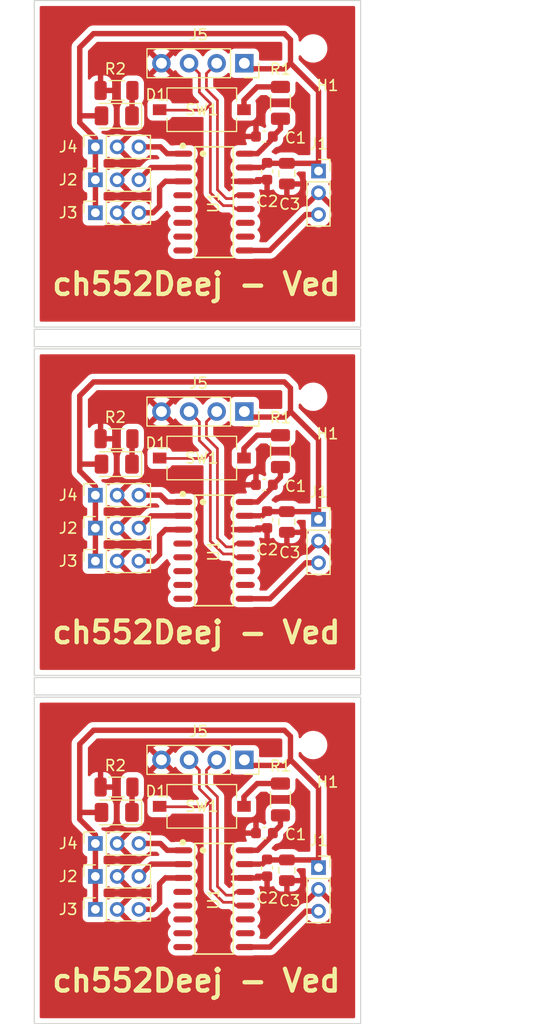
<source format=kicad_pcb>
(kicad_pcb (version 20241229) (generator "pcbnew") (generator_version "9.0")
  (layers (0 "F.Cu" signal) (2 "B.Cu" signal) (13 "F.Paste" user) (15 "B.Paste" user) (5 "F.SilkS" user "F.Silkscreen") (7 "B.SilkS" user "B.Silkscreen") (1 "F.Mask" user) (3 "B.Mask" user) (25 "Edge.Cuts" user))
  (net 0 "")
  (net 1 "Board_0-+3V3")
  (net 2 "Board_0-/3.2")
  (net 3 "Board_0-/3.4")
  (net 4 "Board_0-/D+")
  (net 5 "Board_0-/D-")
  (net 6 "Board_0-A0")
  (net 7 "Board_0-A1")
  (net 8 "Board_0-A2")
  (net 9 "Board_0-A3")
  (net 10 "Board_0-GND")
  (net 11 "Board_0-Net-(D1-K)")
  (net 12 "Board_0-Net-(SW1-B)")
  (net 13 "Board_0-VCC")
  (net 14 "Board_0-unconnected-(U1-P1.6{slash}MISO{slash}RXD1{slash}TIN4-Pad4)")
  (net 15 "Board_0-unconnected-(U1-P1.7{slash}SCK{slash}TXD1{slash}TIN5-Pad5)")
  (net 16 "Board_0-unconnected-(U1-P3.0{slash}PWM1_{slash}RXD-Pad8)")
  (net 17 "Board_0-unconnected-(U1-P3.1{slash}PWM2_{slash}TXD-Pad7)")
  (net 18 "Board_0-unconnected-(U1-RST{slash}T2EX_{slash}CAP2_-Pad6)")
  (net 19 "Board_1-+3V3")
  (net 20 "Board_1-/3.2")
  (net 21 "Board_1-/3.4")
  (net 22 "Board_1-/D+")
  (net 23 "Board_1-/D-")
  (net 24 "Board_1-A0")
  (net 25 "Board_1-A1")
  (net 26 "Board_1-A2")
  (net 27 "Board_1-A3")
  (net 28 "Board_1-GND")
  (net 29 "Board_1-Net-(D1-K)")
  (net 30 "Board_1-Net-(SW1-B)")
  (net 31 "Board_1-VCC")
  (net 32 "Board_1-unconnected-(U1-P1.6{slash}MISO{slash}RXD1{slash}TIN4-Pad4)")
  (net 33 "Board_1-unconnected-(U1-P1.7{slash}SCK{slash}TXD1{slash}TIN5-Pad5)")
  (net 34 "Board_1-unconnected-(U1-P3.0{slash}PWM1_{slash}RXD-Pad8)")
  (net 35 "Board_1-unconnected-(U1-P3.1{slash}PWM2_{slash}TXD-Pad7)")
  (net 36 "Board_1-unconnected-(U1-RST{slash}T2EX_{slash}CAP2_-Pad6)")
  (net 37 "Board_2-+3V3")
  (net 38 "Board_2-/3.2")
  (net 39 "Board_2-/3.4")
  (net 40 "Board_2-/D+")
  (net 41 "Board_2-/D-")
  (net 42 "Board_2-A0")
  (net 43 "Board_2-A1")
  (net 44 "Board_2-A2")
  (net 45 "Board_2-A3")
  (net 46 "Board_2-GND")
  (net 47 "Board_2-Net-(D1-K)")
  (net 48 "Board_2-Net-(SW1-B)")
  (net 49 "Board_2-VCC")
  (net 50 "Board_2-unconnected-(U1-P1.6{slash}MISO{slash}RXD1{slash}TIN4-Pad4)")
  (net 51 "Board_2-unconnected-(U1-P1.7{slash}SCK{slash}TXD1{slash}TIN5-Pad5)")
  (net 52 "Board_2-unconnected-(U1-P3.0{slash}PWM1_{slash}RXD-Pad8)")
  (net 53 "Board_2-unconnected-(U1-P3.1{slash}PWM2_{slash}TXD-Pad7)")
  (net 54 "Board_2-unconnected-(U1-RST{slash}T2EX_{slash}CAP2_-Pad6)")
  (footprint "MountingHole:MountingHole_2.1mm" (layer "F.Cu") (at 159.14 24.4)
    (property "Reference" "H1" (at 1.32 3.4 0) (layer "F.SilkS"))
    (property "Value" "MountingHole")
    (pad "" np_thru_hole circle (at 0 0) (size 2.1 2.1) (drill 2.1) (layers "*.Cu" "*.Mask"))
  )
  (footprint "Resistor_SMD:R_1206_3216Metric" (layer "F.Cu") (at 141.0575 92.26 180)
    (property "Reference" "R2" (at 0.1075 1.98 0) (layer "F.SilkS"))
    (property "Value" "1k")
    (pad "1" smd roundrect (at -1.4625 0 180) (size 1.125 1.75) (layers "F.Cu" "F.Mask" "F.Paste") (roundrect_rratio 0.222222) (net 47 "Board_2-Net-(D1-K)"))
    (pad "2" smd roundrect (at 1.4625 0 180) (size 1.125 1.75) (layers "F.Cu" "F.Mask" "F.Paste") (roundrect_rratio 0.222222) (net 46 "Board_2-GND"))
  )
  (footprint "Resistor_SMD:R_1206_3216Metric" (layer "F.Cu") (at 156.13 93.3975 90)
    (property "Reference" "R1" (at 3.0775 0 0) (layer "F.SilkS"))
    (property "Value" "10k")
    (pad "1" smd roundrect (at -1.4625 0 90) (size 1.125 1.75) (layers "F.Cu" "F.Mask" "F.Paste") (roundrect_rratio 0.222222) (net 37 "Board_2-+3V3"))
    (pad "2" smd roundrect (at 1.4625 0 90) (size 1.125 1.75) (layers "F.Cu" "F.Mask" "F.Paste") (roundrect_rratio 0.222222) (net 48 "Board_2-Net-(SW1-B)"))
  )
  (footprint "Button_Switch_SMD:SW_Tactile_SPST_NO_Straight_CK_PTS636Sx25SMTRLFS" (layer "F.Cu") (at 148.9 30.03)
    (property "Reference" "SW1" (at 0 0 0) (layer "F.SilkS"))
    (property "Value" "SW_SPST")
    (pad "1" smd rect (at -3.875 0) (size 1.25 1) (layers "F.Cu" "F.Mask" "F.Paste") (net 4 "Board_0-/D+"))
    (pad "2" smd rect (at 3.875 0) (size 1.25 1) (layers "F.Cu" "F.Mask" "F.Paste") (net 12 "Board_0-Net-(SW1-B)"))
  )
  (footprint "Connector_PinSocket_2.00mm:PinSocket_1x03_P2.00mm_Vertical" (layer "F.Cu") (at 139.12 71.496666 90)
    (property "Reference" "J3" (at 0 -2.5 0) (layer "F.SilkS"))
    (property "Value" "A2")
    (pad "1" thru_hole rect (at 0 0 90) (size 1.35 1.35) (drill 0.8) (layers "*.Cu" "*.Mask") (net 31 "Board_1-VCC"))
    (pad "2" thru_hole circle (at 0 2 90) (size 1.35 1.35) (drill 0.8) (layers "*.Cu" "*.Mask") (net 28 "Board_1-GND"))
    (pad "3" thru_hole circle (at 0 4 90) (size 1.35 1.35) (drill 0.8) (layers "*.Cu" "*.Mask") (net 26 "Board_1-A2"))
  )
  (footprint "Resistor_SMD:R_1206_3216Metric" (layer "F.Cu") (at 141.0575 28.26 180)
    (property "Reference" "R2" (at 0.1075 1.98 0) (layer "F.SilkS"))
    (property "Value" "1k")
    (pad "1" smd roundrect (at -1.4625 0 180) (size 1.125 1.75) (layers "F.Cu" "F.Mask" "F.Paste") (roundrect_rratio 0.222222) (net 11 "Board_0-Net-(D1-K)"))
    (pad "2" smd roundrect (at 1.4625 0 180) (size 1.125 1.75) (layers "F.Cu" "F.Mask" "F.Paste") (roundrect_rratio 0.222222) (net 10 "Board_0-GND"))
  )
  (footprint "Resistor_SMD:R_1206_3216Metric" (layer "F.Cu") (at 141.0575 60.26 180)
    (property "Reference" "R2" (at 0.1075 1.98 0) (layer "F.SilkS"))
    (property "Value" "1k")
    (pad "1" smd roundrect (at -1.4625 0 180) (size 1.125 1.75) (layers "F.Cu" "F.Mask" "F.Paste") (roundrect_rratio 0.222222) (net 29 "Board_1-Net-(D1-K)"))
    (pad "2" smd roundrect (at 1.4625 0 180) (size 1.125 1.75) (layers "F.Cu" "F.Mask" "F.Paste") (roundrect_rratio 0.222222) (net 28 "Board_1-GND"))
  )
  (footprint "Resistor_SMD:R_1206_3216Metric" (layer "F.Cu") (at 156.13 61.3975 90)
    (property "Reference" "R1" (at 3.0775 0 0) (layer "F.SilkS"))
    (property "Value" "10k")
    (pad "1" smd roundrect (at -1.4625 0 90) (size 1.125 1.75) (layers "F.Cu" "F.Mask" "F.Paste") (roundrect_rratio 0.222222) (net 19 "Board_1-+3V3"))
    (pad "2" smd roundrect (at 1.4625 0 90) (size 1.125 1.75) (layers "F.Cu" "F.Mask" "F.Paste") (roundrect_rratio 0.222222) (net 30 "Board_1-Net-(SW1-B)"))
  )
  (footprint "LED_SMD:LED_1206_3216Metric" (layer "F.Cu") (at 141.08 62.59 180)
    (property "Reference" "D1" (at -3.62 1.93 0) (layer "F.SilkS"))
    (property "Value" "LED")
    (pad "1" smd roundrect (at -1.4 0 180) (size 1.25 1.75) (layers "F.Cu" "F.Mask" "F.Paste") (roundrect_rratio 0.2) (net 29 "Board_1-Net-(D1-K)"))
    (pad "2" smd roundrect (at 1.4 0 180) (size 1.25 1.75) (layers "F.Cu" "F.Mask" "F.Paste") (roundrect_rratio 0.2) (net 31 "Board_1-VCC"))
  )
  (footprint "Capacitor_SMD:C_0603_1608Metric" (layer "F.Cu") (at 154.9 99.685 -90)
    (property "Reference" "C2" (at 2.765 -0.05 0) (layer "F.SilkS"))
    (property "Value" "100n")
    (pad "1" smd roundrect (at -0.775 0 270) (size 0.9 0.95) (layers "F.Cu" "F.Mask" "F.Paste") (net 49 "Board_2-VCC"))
    (pad "2" smd roundrect (at 0.775 0 270) (size 0.9 0.95) (layers "F.Cu" "F.Mask" "F.Paste") (net 46 "Board_2-GND"))
  )
  (footprint "Capacitor_SMD:C_0603_1608Metric" (layer "F.Cu") (at 154.9 35.685 -90)
    (property "Reference" "C2" (at 2.765 -0.05 0) (layer "F.SilkS"))
    (property "Value" "100n")
    (pad "1" smd roundrect (at -0.775 0 270) (size 0.9 0.95) (layers "F.Cu" "F.Mask" "F.Paste") (net 13 "Board_0-VCC"))
    (pad "2" smd roundrect (at 0.775 0 270) (size 0.9 0.95) (layers "F.Cu" "F.Mask" "F.Paste") (net 10 "Board_0-GND"))
  )
  (footprint "Button_Switch_SMD:SW_Tactile_SPST_NO_Straight_CK_PTS636Sx25SMTRLFS" (layer "F.Cu") (at 148.9 94.03)
    (property "Reference" "SW1" (at 0 0 0) (layer "F.SilkS"))
    (property "Value" "SW_SPST")
    (pad "1" smd rect (at -3.875 0) (size 1.25 1) (layers "F.Cu" "F.Mask" "F.Paste") (net 40 "Board_2-/D+"))
    (pad "2" smd rect (at 3.875 0) (size 1.25 1) (layers "F.Cu" "F.Mask" "F.Paste") (net 48 "Board_2-Net-(SW1-B)"))
  )
  (footprint "MountingHole:MountingHole_2.1mm" (layer "F.Cu") (at 159.14 88.4)
    (property "Reference" "H1" (at 1.32 3.4 0) (layer "F.SilkS"))
    (property "Value" "MountingHole")
    (pad "" np_thru_hole circle (at 0 0) (size 2.1 2.1) (drill 2.1) (layers "*.Cu" "*.Mask"))
  )
  (footprint "Connector_PinSocket_2.00mm:PinSocket_1x03_P2.00mm_Vertical" (layer "F.Cu") (at 159.63 67.66)
    (property "Reference" "J1" (at 0 -2.5 0) (layer "F.SilkS"))
    (property "Value" "A0")
    (pad "1" thru_hole rect (at 0 0) (size 1.35 1.35) (drill 0.8) (layers "*.Cu" "*.Mask") (net 31 "Board_1-VCC"))
    (pad "2" thru_hole circle (at 0 2) (size 1.35 1.35) (drill 0.8) (layers "*.Cu" "*.Mask") (net 28 "Board_1-GND"))
    (pad "3" thru_hole circle (at 0 4) (size 1.35 1.35) (drill 0.8) (layers "*.Cu" "*.Mask") (net 24 "Board_1-A0"))
  )
  (footprint "MountingHole:MountingHole_2.1mm" (layer "F.Cu") (at 159.14 56.4)
    (property "Reference" "H1" (at 1.32 3.4 0) (layer "F.SilkS"))
    (property "Value" "MountingHole")
    (pad "" np_thru_hole circle (at 0 0) (size 2.1 2.1) (drill 2.1) (layers "*.Cu" "*.Mask"))
  )
  (footprint "Connector_PinSocket_2.00mm:PinSocket_1x03_P2.00mm_Vertical" (layer "F.Cu") (at 139.12 103.496666 90)
    (property "Reference" "J3" (at 0 -2.5 0) (layer "F.SilkS"))
    (property "Value" "A2")
    (pad "1" thru_hole rect (at 0 0 90) (size 1.35 1.35) (drill 0.8) (layers "*.Cu" "*.Mask") (net 49 "Board_2-VCC"))
    (pad "2" thru_hole circle (at 0 2 90) (size 1.35 1.35) (drill 0.8) (layers "*.Cu" "*.Mask") (net 46 "Board_2-GND"))
    (pad "3" thru_hole circle (at 0 4 90) (size 1.35 1.35) (drill 0.8) (layers "*.Cu" "*.Mask") (net 44 "Board_2-A2"))
  )
  (footprint "Connector_PinSocket_2.00mm:PinSocket_1x03_P2.00mm_Vertical" (layer "F.Cu") (at 139.12 65.443333 90)
    (property "Reference" "J4" (at 0 -2.5 0) (layer "F.SilkS"))
    (property "Value" "A3")
    (pad "1" thru_hole rect (at 0 0 90) (size 1.35 1.35) (drill 0.8) (layers "*.Cu" "*.Mask") (net 31 "Board_1-VCC"))
    (pad "2" thru_hole circle (at 0 2 90) (size 1.35 1.35) (drill 0.8) (layers "*.Cu" "*.Mask") (net 28 "Board_1-GND"))
    (pad "3" thru_hole circle (at 0 4 90) (size 1.35 1.35) (drill 0.8) (layers "*.Cu" "*.Mask") (net 27 "Board_1-A3"))
  )
  (footprint "Capacitor_SMD:C_0805_2012Metric" (layer "F.Cu") (at 156.72 35.905 -90)
    (property "Reference" "C3" (at 2.805 -0.26 0) (layer "F.SilkS"))
    (property "Value" "10uf")
    (pad "1" smd roundrect (at -0.95 0 270) (size 1 1.45) (layers "F.Cu" "F.Mask" "F.Paste") (net 13 "Board_0-VCC"))
    (pad "2" smd roundrect (at 0.95 0 270) (size 1 1.45) (layers "F.Cu" "F.Mask" "F.Paste") (net 10 "Board_0-GND"))
  )
  (footprint "Capacitor_SMD:C_0603_1608Metric" (layer "F.Cu") (at 154.9 67.685 -90)
    (property "Reference" "C2" (at 2.765 -0.05 0) (layer "F.SilkS"))
    (property "Value" "100n")
    (pad "1" smd roundrect (at -0.775 0 270) (size 0.9 0.95) (layers "F.Cu" "F.Mask" "F.Paste") (net 31 "Board_1-VCC"))
    (pad "2" smd roundrect (at 0.775 0 270) (size 0.9 0.95) (layers "F.Cu" "F.Mask" "F.Paste") (net 28 "Board_1-GND"))
  )
  (footprint "Capacitor_SMD:C_0603_1608Metric" (layer "F.Cu") (at 154.655 32.49 180)
    (property "Reference" "C1" (at -2.865 -0.13 0) (layer "F.SilkS"))
    (property "Value" "100n")
    (pad "1" smd roundrect (at -0.775 0 180) (size 0.9 0.95) (layers "F.Cu" "F.Mask" "F.Paste") (net 1 "Board_0-+3V3"))
    (pad "2" smd roundrect (at 0.775 0 180) (size 0.9 0.95) (layers "F.Cu" "F.Mask" "F.Paste") (net 10 "Board_0-GND"))
  )
  (footprint "Connector_PinSocket_2.00mm:PinSocket_1x03_P2.00mm_Vertical" (layer "F.Cu") (at 139.12 39.496666 90)
    (property "Reference" "J3" (at 0 -2.5 0) (layer "F.SilkS"))
    (property "Value" "A2")
    (pad "1" thru_hole rect (at 0 0 90) (size 1.35 1.35) (drill 0.8) (layers "*.Cu" "*.Mask") (net 13 "Board_0-VCC"))
    (pad "2" thru_hole circle (at 0 2 90) (size 1.35 1.35) (drill 0.8) (layers "*.Cu" "*.Mask") (net 10 "Board_0-GND"))
    (pad "3" thru_hole circle (at 0 4 90) (size 1.35 1.35) (drill 0.8) (layers "*.Cu" "*.Mask") (net 8 "Board_0-A2"))
  )
  (footprint "Capacitor_SMD:C_0805_2012Metric" (layer "F.Cu") (at 156.72 99.905 -90)
    (property "Reference" "C3" (at 2.805 -0.26 0) (layer "F.SilkS"))
    (property "Value" "10uf")
    (pad "1" smd roundrect (at -0.95 0 270) (size 1 1.45) (layers "F.Cu" "F.Mask" "F.Paste") (net 49 "Board_2-VCC"))
    (pad "2" smd roundrect (at 0.95 0 270) (size 1 1.45) (layers "F.Cu" "F.Mask" "F.Paste") (net 46 "Board_2-GND"))
  )
  (footprint "Connector_PinSocket_2.54mm:PinSocket_1x04_P2.54mm_Vertical" (layer "F.Cu") (at 152.81 57.76 -90)
    (property "Reference" "J5" (at -2.61 4.21 0) (layer "F.SilkS"))
    (property "Value" "Conn_01x04")
    (pad "1" thru_hole rect (at 0 0 270) (size 1.7 1.7) (drill 1) (layers "*.Cu" "*.Mask") (net 31 "Board_1-VCC"))
    (pad "2" thru_hole circle (at 0 2.54 270) (size 1.7 1.7) (drill 1) (layers "*.Cu" "*.Mask") (net 23 "Board_1-/D-"))
    (pad "3" thru_hole circle (at 0 5.08 270) (size 1.7 1.7) (drill 1) (layers "*.Cu" "*.Mask") (net 22 "Board_1-/D+"))
    (pad "4" thru_hole circle (at 0 7.62 270) (size 1.7 1.7) (drill 1) (layers "*.Cu" "*.Mask") (net 28 "Board_1-GND"))
  )
  (footprint "mylib:SOP-16_L10.0-W3.9-P1.27-LS6.0-BL" (layer "F.Cu") (at 150.025 70.52 -90)
    (property "Reference" "U1" (at 0.01 0.045 90) (layer "F.SilkS"))
    (property "Value" "CH552G")
    (pad "1" smd oval (at -4.45 2.87 270) (size 0.56 1.75) (layers "F.Cu" "F.Mask" "F.Paste") (net 27 "Board_1-A3"))
    (pad "2" smd oval (at -3.18 2.87 270) (size 0.56 1.75) (layers "F.Cu" "F.Mask" "F.Paste") (net 25 "Board_1-A1"))
    (pad "3" smd oval (at -1.91 2.87 270) (size 0.56 1.75) (layers "F.Cu" "F.Mask" "F.Paste") (net 26 "Board_1-A2"))
    (pad "4" smd oval (at -0.63 2.87 270) (size 0.56 1.75) (layers "F.Cu" "F.Mask" "F.Paste") (net 32 "Board_1-unconnected-(U1-P1.6{slash}MISO{slash}RXD1{slash}TIN4-Pad4)"))
    (pad "5" smd oval (at 0.63 2.87 270) (size 0.56 1.75) (layers "F.Cu" "F.Mask" "F.Paste") (net 33 "Board_1-unconnected-(U1-P1.7{slash}SCK{slash}TXD1{slash}TIN5-Pad5)"))
    (pad "6" smd oval (at 1.9 2.87 270) (size 0.56 1.75) (layers "F.Cu" "F.Mask" "F.Paste") (net 36 "Board_1-unconnected-(U1-RST{slash}T2EX_{slash}CAP2_-Pad6)"))
    (pad "7" smd oval (at 3.17 2.87 270) (size 0.56 1.75) (layers "F.Cu" "F.Mask" "F.Paste") (net 35 "Board_1-unconnected-(U1-P3.1{slash}PWM2_{slash}TXD-Pad7)"))
    (pad "8" smd oval (at 4.44 2.87 270) (size 0.56 1.75) (layers "F.Cu" "F.Mask" "F.Paste") (net 34 "Board_1-unconnected-(U1-P3.0{slash}PWM1_{slash}RXD-Pad8)"))
    (pad "9" smd oval (at 4.44 -2.87 270) (size 0.56 1.75) (layers "F.Cu" "F.Mask" "F.Paste") (net 24 "Board_1-A0"))
    (pad "10" smd oval (at 3.17 -2.87 270) (size 0.56 1.75) (layers "F.Cu" "F.Mask" "F.Paste") (net 20 "Board_1-/3.2"))
    (pad "11" smd oval (at 1.9 -2.87 270) (size 0.56 1.75) (layers "F.Cu" "F.Mask" "F.Paste") (net 21 "Board_1-/3.4"))
    (pad "12" smd oval (at 0.63 -2.87 270) (size 0.56 1.75) (layers "F.Cu" "F.Mask" "F.Paste") (net 22 "Board_1-/D+"))
    (pad "13" smd oval (at -0.63 -2.87 270) (size 0.56 1.75) (layers "F.Cu" "F.Mask" "F.Paste") (net 23 "Board_1-/D-"))
    (pad "14" smd oval (at -1.91 -2.87 270) (size 0.56 1.75) (layers "F.Cu" "F.Mask" "F.Paste") (net 28 "Board_1-GND"))
    (pad "15" smd oval (at -3.18 -2.87 270) (size 0.56 1.75) (layers "F.Cu" "F.Mask" "F.Paste") (net 31 "Board_1-VCC"))
    (pad "16" smd oval (at -4.45 -2.87 270) (size 0.56 1.75) (layers "F.Cu" "F.Mask" "F.Paste") (net 19 "Board_1-+3V3"))
  )
  (footprint "Capacitor_SMD:C_0805_2012Metric" (layer "F.Cu") (at 156.72 67.905 -90)
    (property "Reference" "C3" (at 2.805 -0.26 0) (layer "F.SilkS"))
    (property "Value" "10uf")
    (pad "1" smd roundrect (at -0.95 0 270) (size 1 1.45) (layers "F.Cu" "F.Mask" "F.Paste") (net 31 "Board_1-VCC"))
    (pad "2" smd roundrect (at 0.95 0 270) (size 1 1.45) (layers "F.Cu" "F.Mask" "F.Paste") (net 28 "Board_1-GND"))
  )
  (footprint "mylib:SOP-16_L10.0-W3.9-P1.27-LS6.0-BL" (layer "F.Cu") (at 150.025 102.52 -90)
    (property "Reference" "U1" (at 0.01 0.045 90) (layer "F.SilkS"))
    (property "Value" "CH552G")
    (pad "1" smd oval (at -4.45 2.87 270) (size 0.56 1.75) (layers "F.Cu" "F.Mask" "F.Paste") (net 45 "Board_2-A3"))
    (pad "2" smd oval (at -3.18 2.87 270) (size 0.56 1.75) (layers "F.Cu" "F.Mask" "F.Paste") (net 43 "Board_2-A1"))
    (pad "3" smd oval (at -1.91 2.87 270) (size 0.56 1.75) (layers "F.Cu" "F.Mask" "F.Paste") (net 44 "Board_2-A2"))
    (pad "4" smd oval (at -0.63 2.87 270) (size 0.56 1.75) (layers "F.Cu" "F.Mask" "F.Paste") (net 50 "Board_2-unconnected-(U1-P1.6{slash}MISO{slash}RXD1{slash}TIN4-Pad4)"))
    (pad "5" smd oval (at 0.63 2.87 270) (size 0.56 1.75) (layers "F.Cu" "F.Mask" "F.Paste") (net 51 "Board_2-unconnected-(U1-P1.7{slash}SCK{slash}TXD1{slash}TIN5-Pad5)"))
    (pad "6" smd oval (at 1.9 2.87 270) (size 0.56 1.75) (layers "F.Cu" "F.Mask" "F.Paste") (net 54 "Board_2-unconnected-(U1-RST{slash}T2EX_{slash}CAP2_-Pad6)"))
    (pad "7" smd oval (at 3.17 2.87 270) (size 0.56 1.75) (layers "F.Cu" "F.Mask" "F.Paste") (net 53 "Board_2-unconnected-(U1-P3.1{slash}PWM2_{slash}TXD-Pad7)"))
    (pad "8" smd oval (at 4.44 2.87 270) (size 0.56 1.75) (layers "F.Cu" "F.Mask" "F.Paste") (net 52 "Board_2-unconnected-(U1-P3.0{slash}PWM1_{slash}RXD-Pad8)"))
    (pad "9" smd oval (at 4.44 -2.87 270) (size 0.56 1.75) (layers "F.Cu" "F.Mask" "F.Paste") (net 42 "Board_2-A0"))
    (pad "10" smd oval (at 3.17 -2.87 270) (size 0.56 1.75) (layers "F.Cu" "F.Mask" "F.Paste") (net 38 "Board_2-/3.2"))
    (pad "11" smd oval (at 1.9 -2.87 270) (size 0.56 1.75) (layers "F.Cu" "F.Mask" "F.Paste") (net 39 "Board_2-/3.4"))
    (pad "12" smd oval (at 0.63 -2.87 270) (size 0.56 1.75) (layers "F.Cu" "F.Mask" "F.Paste") (net 40 "Board_2-/D+"))
    (pad "13" smd oval (at -0.63 -2.87 270) (size 0.56 1.75) (layers "F.Cu" "F.Mask" "F.Paste") (net 41 "Board_2-/D-"))
    (pad "14" smd oval (at -1.91 -2.87 270) (size 0.56 1.75) (layers "F.Cu" "F.Mask" "F.Paste") (net 46 "Board_2-GND"))
    (pad "15" smd oval (at -3.18 -2.87 270) (size 0.56 1.75) (layers "F.Cu" "F.Mask" "F.Paste") (net 49 "Board_2-VCC"))
    (pad "16" smd oval (at -4.45 -2.87 270) (size 0.56 1.75) (layers "F.Cu" "F.Mask" "F.Paste") (net 37 "Board_2-+3V3"))
  )
  (footprint "mylib:SOP-16_L10.0-W3.9-P1.27-LS6.0-BL" (layer "F.Cu") (at 150.025 38.52 -90)
    (property "Reference" "U1" (at 0.01 0.045 90) (layer "F.SilkS"))
    (property "Value" "CH552G")
    (pad "1" smd oval (at -4.45 2.87 270) (size 0.56 1.75) (layers "F.Cu" "F.Mask" "F.Paste") (net 9 "Board_0-A3"))
    (pad "2" smd oval (at -3.18 2.87 270) (size 0.56 1.75) (layers "F.Cu" "F.Mask" "F.Paste") (net 7 "Board_0-A1"))
    (pad "3" smd oval (at -1.91 2.87 270) (size 0.56 1.75) (layers "F.Cu" "F.Mask" "F.Paste") (net 8 "Board_0-A2"))
    (pad "4" smd oval (at -0.63 2.87 270) (size 0.56 1.75) (layers "F.Cu" "F.Mask" "F.Paste") (net 14 "Board_0-unconnected-(U1-P1.6{slash}MISO{slash}RXD1{slash}TIN4-Pad4)"))
    (pad "5" smd oval (at 0.63 2.87 270) (size 0.56 1.75) (layers "F.Cu" "F.Mask" "F.Paste") (net 15 "Board_0-unconnected-(U1-P1.7{slash}SCK{slash}TXD1{slash}TIN5-Pad5)"))
    (pad "6" smd oval (at 1.9 2.87 270) (size 0.56 1.75) (layers "F.Cu" "F.Mask" "F.Paste") (net 18 "Board_0-unconnected-(U1-RST{slash}T2EX_{slash}CAP2_-Pad6)"))
    (pad "7" smd oval (at 3.17 2.87 270) (size 0.56 1.75) (layers "F.Cu" "F.Mask" "F.Paste") (net 17 "Board_0-unconnected-(U1-P3.1{slash}PWM2_{slash}TXD-Pad7)"))
    (pad "8" smd oval (at 4.44 2.87 270) (size 0.56 1.75) (layers "F.Cu" "F.Mask" "F.Paste") (net 16 "Board_0-unconnected-(U1-P3.0{slash}PWM1_{slash}RXD-Pad8)"))
    (pad "9" smd oval (at 4.44 -2.87 270) (size 0.56 1.75) (layers "F.Cu" "F.Mask" "F.Paste") (net 6 "Board_0-A0"))
    (pad "10" smd oval (at 3.17 -2.87 270) (size 0.56 1.75) (layers "F.Cu" "F.Mask" "F.Paste") (net 2 "Board_0-/3.2"))
    (pad "11" smd oval (at 1.9 -2.87 270) (size 0.56 1.75) (layers "F.Cu" "F.Mask" "F.Paste") (net 3 "Board_0-/3.4"))
    (pad "12" smd oval (at 0.63 -2.87 270) (size 0.56 1.75) (layers "F.Cu" "F.Mask" "F.Paste") (net 4 "Board_0-/D+"))
    (pad "13" smd oval (at -0.63 -2.87 270) (size 0.56 1.75) (layers "F.Cu" "F.Mask" "F.Paste") (net 5 "Board_0-/D-"))
    (pad "14" smd oval (at -1.91 -2.87 270) (size 0.56 1.75) (layers "F.Cu" "F.Mask" "F.Paste") (net 10 "Board_0-GND"))
    (pad "15" smd oval (at -3.18 -2.87 270) (size 0.56 1.75) (layers "F.Cu" "F.Mask" "F.Paste") (net 13 "Board_0-VCC"))
    (pad "16" smd oval (at -4.45 -2.87 270) (size 0.56 1.75) (layers "F.Cu" "F.Mask" "F.Paste") (net 1 "Board_0-+3V3"))
  )
  (footprint "Connector_PinSocket_2.00mm:PinSocket_1x03_P2.00mm_Vertical" (layer "F.Cu") (at 159.63 35.66)
    (property "Reference" "J1" (at 0 -2.5 0) (layer "F.SilkS"))
    (property "Value" "A0")
    (pad "1" thru_hole rect (at 0 0) (size 1.35 1.35) (drill 0.8) (layers "*.Cu" "*.Mask") (net 13 "Board_0-VCC"))
    (pad "2" thru_hole circle (at 0 2) (size 1.35 1.35) (drill 0.8) (layers "*.Cu" "*.Mask") (net 10 "Board_0-GND"))
    (pad "3" thru_hole circle (at 0 4) (size 1.35 1.35) (drill 0.8) (layers "*.Cu" "*.Mask") (net 6 "Board_0-A0"))
  )
  (footprint "Connector_PinSocket_2.00mm:PinSocket_1x03_P2.00mm_Vertical" (layer "F.Cu") (at 139.12 100.47 90)
    (property "Reference" "J2" (at 0 -2.5 0) (layer "F.SilkS"))
    (property "Value" "A1")
    (pad "1" thru_hole rect (at 0 0 90) (size 1.35 1.35) (drill 0.8) (layers "*.Cu" "*.Mask") (net 49 "Board_2-VCC"))
    (pad "2" thru_hole circle (at 0 2 90) (size 1.35 1.35) (drill 0.8) (layers "*.Cu" "*.Mask") (net 46 "Board_2-GND"))
    (pad "3" thru_hole circle (at 0 4 90) (size 1.35 1.35) (drill 0.8) (layers "*.Cu" "*.Mask") (net 43 "Board_2-A1"))
  )
  (footprint "Capacitor_SMD:C_0603_1608Metric" (layer "F.Cu") (at 154.655 64.49 180)
    (property "Reference" "C1" (at -2.865 -0.13 0) (layer "F.SilkS"))
    (property "Value" "100n")
    (pad "1" smd roundrect (at -0.775 0 180) (size 0.9 0.95) (layers "F.Cu" "F.Mask" "F.Paste") (net 19 "Board_1-+3V3"))
    (pad "2" smd roundrect (at 0.775 0 180) (size 0.9 0.95) (layers "F.Cu" "F.Mask" "F.Paste") (net 28 "Board_1-GND"))
  )
  (footprint "Connector_PinSocket_2.00mm:PinSocket_1x03_P2.00mm_Vertical" (layer "F.Cu") (at 139.12 68.47 90)
    (property "Reference" "J2" (at 0 -2.5 0) (layer "F.SilkS"))
    (property "Value" "A1")
    (pad "1" thru_hole rect (at 0 0 90) (size 1.35 1.35) (drill 0.8) (layers "*.Cu" "*.Mask") (net 31 "Board_1-VCC"))
    (pad "2" thru_hole circle (at 0 2 90) (size 1.35 1.35) (drill 0.8) (layers "*.Cu" "*.Mask") (net 28 "Board_1-GND"))
    (pad "3" thru_hole circle (at 0 4 90) (size 1.35 1.35) (drill 0.8) (layers "*.Cu" "*.Mask") (net 25 "Board_1-A1"))
  )
  (footprint "Connector_PinSocket_2.00mm:PinSocket_1x03_P2.00mm_Vertical" (layer "F.Cu") (at 139.12 33.443333 90)
    (property "Reference" "J4" (at 0 -2.5 0) (layer "F.SilkS"))
    (property "Value" "A3")
    (pad "1" thru_hole rect (at 0 0 90) (size 1.35 1.35) (drill 0.8) (layers "*.Cu" "*.Mask") (net 13 "Board_0-VCC"))
    (pad "2" thru_hole circle (at 0 2 90) (size 1.35 1.35) (drill 0.8) (layers "*.Cu" "*.Mask") (net 10 "Board_0-GND"))
    (pad "3" thru_hole circle (at 0 4 90) (size 1.35 1.35) (drill 0.8) (layers "*.Cu" "*.Mask") (net 9 "Board_0-A3"))
  )
  (footprint "Connector_PinSocket_2.00mm:PinSocket_1x03_P2.00mm_Vertical" (layer "F.Cu") (at 139.12 36.47 90)
    (property "Reference" "J2" (at 0 -2.5 0) (layer "F.SilkS"))
    (property "Value" "A1")
    (pad "1" thru_hole rect (at 0 0 90) (size 1.35 1.35) (drill 0.8) (layers "*.Cu" "*.Mask") (net 13 "Board_0-VCC"))
    (pad "2" thru_hole circle (at 0 2 90) (size 1.35 1.35) (drill 0.8) (layers "*.Cu" "*.Mask") (net 10 "Board_0-GND"))
    (pad "3" thru_hole circle (at 0 4 90) (size 1.35 1.35) (drill 0.8) (layers "*.Cu" "*.Mask") (net 7 "Board_0-A1"))
  )
  (footprint "LED_SMD:LED_1206_3216Metric" (layer "F.Cu") (at 141.08 30.59 180)
    (property "Reference" "D1" (at -3.62 1.93 0) (layer "F.SilkS"))
    (property "Value" "LED")
    (pad "1" smd roundrect (at -1.4 0 180) (size 1.25 1.75) (layers "F.Cu" "F.Mask" "F.Paste") (roundrect_rratio 0.2) (net 11 "Board_0-Net-(D1-K)"))
    (pad "2" smd roundrect (at 1.4 0 180) (size 1.25 1.75) (layers "F.Cu" "F.Mask" "F.Paste") (roundrect_rratio 0.2) (net 13 "Board_0-VCC"))
  )
  (footprint "Connector_PinSocket_2.54mm:PinSocket_1x04_P2.54mm_Vertical" (layer "F.Cu") (at 152.81 25.76 -90)
    (property "Reference" "J5" (at -2.61 4.21 0) (layer "F.SilkS"))
    (property "Value" "Conn_01x04")
    (pad "1" thru_hole rect (at 0 0 270) (size 1.7 1.7) (drill 1) (layers "*.Cu" "*.Mask") (net 13 "Board_0-VCC"))
    (pad "2" thru_hole circle (at 0 2.54 270) (size 1.7 1.7) (drill 1) (layers "*.Cu" "*.Mask") (net 5 "Board_0-/D-"))
    (pad "3" thru_hole circle (at 0 5.08 270) (size 1.7 1.7) (drill 1) (layers "*.Cu" "*.Mask") (net 4 "Board_0-/D+"))
    (pad "4" thru_hole circle (at 0 7.62 270) (size 1.7 1.7) (drill 1) (layers "*.Cu" "*.Mask") (net 10 "Board_0-GND"))
  )
  (footprint "Connector_PinSocket_2.00mm:PinSocket_1x03_P2.00mm_Vertical" (layer "F.Cu") (at 139.12 97.443333 90)
    (property "Reference" "J4" (at 0 -2.5 0) (layer "F.SilkS"))
    (property "Value" "A3")
    (pad "1" thru_hole rect (at 0 0 90) (size 1.35 1.35) (drill 0.8) (layers "*.Cu" "*.Mask") (net 49 "Board_2-VCC"))
    (pad "2" thru_hole circle (at 0 2 90) (size 1.35 1.35) (drill 0.8) (layers "*.Cu" "*.Mask") (net 46 "Board_2-GND"))
    (pad "3" thru_hole circle (at 0 4 90) (size 1.35 1.35) (drill 0.8) (layers "*.Cu" "*.Mask") (net 45 "Board_2-A3"))
  )
  (footprint "Connector_PinSocket_2.54mm:PinSocket_1x04_P2.54mm_Vertical" (layer "F.Cu") (at 152.81 89.76 -90)
    (property "Reference" "J5" (at -2.61 4.21 0) (layer "F.SilkS"))
    (property "Value" "Conn_01x04")
    (pad "1" thru_hole rect (at 0 0 270) (size 1.7 1.7) (drill 1) (layers "*.Cu" "*.Mask") (net 49 "Board_2-VCC"))
    (pad "2" thru_hole circle (at 0 2.54 270) (size 1.7 1.7) (drill 1) (layers "*.Cu" "*.Mask") (net 41 "Board_2-/D-"))
    (pad "3" thru_hole circle (at 0 5.08 270) (size 1.7 1.7) (drill 1) (layers "*.Cu" "*.Mask") (net 40 "Board_2-/D+"))
    (pad "4" thru_hole circle (at 0 7.62 270) (size 1.7 1.7) (drill 1) (layers "*.Cu" "*.Mask") (net 46 "Board_2-GND"))
  )
  (footprint "Button_Switch_SMD:SW_Tactile_SPST_NO_Straight_CK_PTS636Sx25SMTRLFS" (layer "F.Cu") (at 148.9 62.03)
    (property "Reference" "SW1" (at 0 0 0) (layer "F.SilkS"))
    (property "Value" "SW_SPST")
    (pad "1" smd rect (at -3.875 0) (size 1.25 1) (layers "F.Cu" "F.Mask" "F.Paste") (net 22 "Board_1-/D+"))
    (pad "2" smd rect (at 3.875 0) (size 1.25 1) (layers "F.Cu" "F.Mask" "F.Paste") (net 30 "Board_1-Net-(SW1-B)"))
  )
  (footprint "Resistor_SMD:R_1206_3216Metric" (layer "F.Cu") (at 156.13 29.3975 90)
    (property "Reference" "R1" (at 3.0775 0 0) (layer "F.SilkS"))
    (property "Value" "10k")
    (pad "1" smd roundrect (at -1.4625 0 90) (size 1.125 1.75) (layers "F.Cu" "F.Mask" "F.Paste") (roundrect_rratio 0.222222) (net 1 "Board_0-+3V3"))
    (pad "2" smd roundrect (at 1.4625 0 90) (size 1.125 1.75) (layers "F.Cu" "F.Mask" "F.Paste") (roundrect_rratio 0.222222) (net 12 "Board_0-Net-(SW1-B)"))
  )
  (footprint "Capacitor_SMD:C_0603_1608Metric" (layer "F.Cu") (at 154.655 96.49 180)
    (property "Reference" "C1" (at -2.865 -0.13 0) (layer "F.SilkS"))
    (property "Value" "100n")
    (pad "1" smd roundrect (at -0.775 0 180) (size 0.9 0.95) (layers "F.Cu" "F.Mask" "F.Paste") (net 37 "Board_2-+3V3"))
    (pad "2" smd roundrect (at 0.775 0 180) (size 0.9 0.95) (layers "F.Cu" "F.Mask" "F.Paste") (net 46 "Board_2-GND"))
  )
  (footprint "LED_SMD:LED_1206_3216Metric" (layer "F.Cu") (at 141.08 94.59 180)
    (property "Reference" "D1" (at -3.62 1.93 0) (layer "F.SilkS"))
    (property "Value" "LED")
    (pad "1" smd roundrect (at -1.4 0 180) (size 1.25 1.75) (layers "F.Cu" "F.Mask" "F.Paste") (roundrect_rratio 0.2) (net 47 "Board_2-Net-(D1-K)"))
    (pad "2" smd roundrect (at 1.4 0 180) (size 1.25 1.75) (layers "F.Cu" "F.Mask" "F.Paste") (roundrect_rratio 0.2) (net 49 "Board_2-VCC"))
  )
  (footprint "Connector_PinSocket_2.00mm:PinSocket_1x03_P2.00mm_Vertical" (layer "F.Cu") (at 159.63 99.66)
    (property "Reference" "J1" (at 0 -2.5 0) (layer "F.SilkS"))
    (property "Value" "A0")
    (pad "1" thru_hole rect (at 0 0) (size 1.35 1.35) (drill 0.8) (layers "*.Cu" "*.Mask") (net 49 "Board_2-VCC"))
    (pad "2" thru_hole circle (at 0 2) (size 1.35 1.35) (drill 0.8) (layers "*.Cu" "*.Mask") (net 46 "Board_2-GND"))
    (pad "3" thru_hole circle (at 0 4) (size 1.35 1.35) (drill 0.8) (layers "*.Cu" "*.Mask") (net 42 "Board_2-A0"))
  )
  (gr_line (start 163.5 82) (end 133.5 82) (stroke (width 0.1)) (layer "Edge.Cuts"))
  (gr_line (start 133.5 82) (end 133.5 52) (stroke (width 0.1)) (layer "Edge.Cuts"))
  (gr_line (start 133.5 114) (end 133.5 84) (stroke (width 0.1)) (layer "Edge.Cuts"))
  (gr_line (start 133.5 83.8) (end 163.5 83.8) (stroke (width 0.1)) (layer "Edge.Cuts"))
  (gr_line (start 163.5 83.8) (end 163.5 82.2) (stroke (width 0.1)) (layer "Edge.Cuts"))
  (gr_line (start 133.5 51.8) (end 163.5 51.8) (stroke (width 0.1)) (layer "Edge.Cuts"))
  (gr_line (start 163.5 50) (end 133.5 50) (stroke (width 0.1)) (layer "Edge.Cuts"))
  (gr_line (start 163.5 114) (end 133.5 114) (stroke (width 0.1)) (layer "Edge.Cuts"))
  (gr_line (start 133.5 20) (end 163.5 20) (stroke (width 0.1)) (layer "Edge.Cuts"))
  (gr_line (start 163.5 84) (end 163.5 114) (stroke (width 0.1)) (layer "Edge.Cuts"))
  (gr_line (start 133.5 84) (end 163.5 84) (stroke (width 0.1)) (layer "Edge.Cuts"))
  (gr_line (start 133.5 52) (end 163.5 52) (stroke (width 0.1)) (layer "Edge.Cuts"))
  (gr_line (start 133.5 50) (end 133.5 20) (stroke (width 0.1)) (layer "Edge.Cuts"))
  (gr_line (start 163.5 52) (end 163.5 82) (stroke (width 0.1)) (layer "Edge.Cuts"))
  (gr_line (start 163.5 50.2) (end 133.5 50.2) (stroke (width 0.1)) (layer "Edge.Cuts"))
  (gr_line (start 133.5 50.2) (end 133.5 51.8) (stroke (width 0.1)) (layer "Edge.Cuts"))
  (gr_line (start 163.5 82.2) (end 133.5 82.2) (stroke (width 0.1)) (layer "Edge.Cuts"))
  (gr_line (start 133.5 82.2) (end 133.5 83.8) (stroke (width 0.1)) (layer "Edge.Cuts"))
  (gr_line (start 163.5 51.8) (end 163.5 50.2) (stroke (width 0.1)) (layer "Edge.Cuts"))
  (gr_line (start 163.5 20) (end 163.5 50) (stroke (width 0.1)) (layer "Edge.Cuts"))
  (gr_text "ch552Deej - Ved" (at 148.4 110.05 0) (layer "F.SilkS") (effects (font (size 2 2) (thickness 0.4) (bold yes))))
  (gr_text "ch552Deej - Ved" (at 148.4 46.05 0) (layer "F.SilkS") (effects (font (size 2 2) (thickness 0.4) (bold yes))))
  (gr_text "ch552Deej - Ved" (at 148.4 78.05 0) (layer "F.SilkS") (effects (font (size 2 2) (thickness 0.4) (bold yes))))
  (segment (start 156.13 30.86) (end 156.13 31.79) (width 0.5) (layer "F.Cu") (net 1))
  (segment (start 155.43 32.659914) (end 154.019914 34.07) (width 0.5) (layer "F.Cu") (net 1))
  (segment (start 156.13 31.79) (end 155.43 32.49) (width 0.5) (layer "F.Cu") (net 1))
  (segment (start 154.019914 34.07) (end 152.895 34.07) (width 0.5) (layer "F.Cu") (net 1))
  (segment (start 155.43 32.49) (end 155.43 32.659914) (width 0.5) (layer "F.Cu") (net 1))
  (segment (start 148.675 26.705) (end 147.73 25.76) (width 0.25) (layer "F.Cu") (net 4))
  (segment (start 149.685 29.55) (end 149.685 29.43462) (width 0.25) (layer "F.Cu") (net 4))
  (segment (start 145.445 30.03) (end 145.485 30.07) (width 0.25) (layer "F.Cu") (net 4))
  (segment (start 151.715 38.845) (end 150.87538 38.845) (width 0.25) (layer "F.Cu") (net 4))
  (segment (start 148.675 28.42462) (end 148.675 26.705) (width 0.25) (layer "F.Cu") (net 4))
  (segment (start 145.025 30.03) (end 145.445 30.03) (width 0.25) (layer "F.Cu") (net 4))
  (segment (start 149.165 30.07) (end 149.685 29.55) (width 0.25) (layer "F.Cu") (net 4))
  (segment (start 149.685 29.43462) (end 148.675 28.42462) (width 0.25) (layer "F.Cu") (net 4))
  (segment (start 152.02 39.15) (end 151.715 38.845) (width 0.25) (layer "F.Cu") (net 4))
  (segment (start 150.87538 38.845) (end 149.685 37.65462) (width 0.25) (layer "F.Cu") (net 4))
  (segment (start 145.485 30.07) (end 149.165 30.07) (width 0.25) (layer "F.Cu") (net 4))
  (segment (start 149.685 37.65462) (end 149.685 29.55) (width 0.25) (layer "F.Cu") (net 4))
  (segment (start 152.895 39.15) (end 152.02 39.15) (width 0.25) (layer "F.Cu") (net 4))
  (segment (start 149.325 26.705) (end 150.27 25.76) (width 0.25) (layer "F.Cu") (net 5))
  (segment (start 152.02 37.89) (end 151.715 38.195) (width 0.25) (layer "F.Cu") (net 5))
  (segment (start 150.335 37.38538) (end 150.335 29.16538) (width 0.25) (layer "F.Cu") (net 5))
  (segment (start 149.325 28.15538) (end 149.325 26.705) (width 0.25) (layer "F.Cu") (net 5))
  (segment (start 150.335 29.16538) (end 149.325 28.15538) (width 0.25) (layer "F.Cu") (net 5))
  (segment (start 152.895 37.89) (end 152.02 37.89) (width 0.25) (layer "F.Cu") (net 5))
  (segment (start 151.715 38.195) (end 151.14462 38.195) (width 0.25) (layer "F.Cu") (net 5))
  (segment (start 151.14462 38.195) (end 150.335 37.38538) (width 0.25) (layer "F.Cu") (net 5))
  (segment (start 158.46 39.66) (end 159.63 39.66) (width 0.5) (layer "F.Cu") (net 6))
  (segment (start 152.895 42.96) (end 155.16 42.96) (width 0.5) (layer "F.Cu") (net 6))
  (segment (start 155.16 42.96) (end 158.46 39.66) (width 0.5) (layer "F.Cu") (net 6))
  (segment (start 144.25 35.34) (end 147.155 35.34) (width 0.5) (layer "F.Cu") (net 7))
  (segment (start 143.12 36.47) (end 144.25 35.34) (width 0.5) (layer "F.Cu") (net 7))
  (segment (start 144.413334 39.496666) (end 143.12 39.496666) (width 0.5) (layer "F.Cu") (net 8))
  (segment (start 145.57 36.59) (end 145.02 37.14) (width 0.5) (layer "F.Cu") (net 8))
  (segment (start 145.02 37.14) (end 145.02 38.89) (width 0.5) (layer "F.Cu") (net 8))
  (segment (start 147.155 36.61) (end 145.59 36.61) (width 0.5) (layer "F.Cu") (net 8))
  (segment (start 145.59 36.61) (end 145.57 36.59) (width 0.5) (layer "F.Cu") (net 8))
  (segment (start 145.02 38.89) (end 144.413334 39.496666) (width 0.5) (layer "F.Cu") (net 8))
  (segment (start 145.72 34.07) (end 147.155 34.07) (width 0.5) (layer "F.Cu") (net 9))
  (segment (start 143.12 33.443333) (end 145.093333 33.443333) (width 0.5) (layer "F.Cu") (net 9))
  (segment (start 145.093333 33.443333) (end 145.72 34.07) (width 0.5) (layer "F.Cu") (net 9))
  (segment (start 142.49 30.58) (end 142.49 28.39) (width 0.5) (layer "F.Cu") (net 11))
  (segment (start 142.49 28.39) (end 142.52 28.36) (width 0.5) (layer "F.Cu") (net 11))
  (segment (start 142.52 28.36) (end 142.52 28.26) (width 0.5) (layer "F.Cu") (net 11))
  (segment (start 142.48 30.59) (end 142.49 30.58) (width 0.5) (layer "F.Cu") (net 11))
  (segment (start 152.775 29.155) (end 153.995 27.935) (width 0.5) (layer "F.Cu") (net 12))
  (segment (start 153.995 27.935) (end 156.13 27.935) (width 0.5) (layer "F.Cu") (net 12))
  (segment (start 152.775 30.03) (end 152.775 29.155) (width 0.5) (layer "F.Cu") (net 12))
  (segment (start 139.12 32.66) (end 139.12 39.496666) (width 0.5) (layer "F.Cu") (net 13))
  (segment (start 138.95 23.04) (end 156.49 23.04) (width 0.5) (layer "F.Cu") (net 13))
  (segment (start 159.465 34.955) (end 159.63 34.79) (width 0.5) (layer "F.Cu") (net 13))
  (segment (start 137.68 31.22) (end 139.12 32.66) (width 0.5) (layer "F.Cu") (net 13))
  (segment (start 137.68 30.58) (end 137.68 24.31) (width 0.5) (layer "F.Cu") (net 13))
  (segment (start 159.63 28.34) (end 159.63 30.5) (width 0.5) (layer "F.Cu") (net 13))
  (segment (start 154.945 34.955) (end 154.9 34.91) (width 0.5) (layer "F.Cu") (net 13))
  (segment (start 159.63 34.79) (end 159.63 35.66) (width 0.5) (layer "F.Cu") (net 13))
  (segment (start 159.63 30.5) (end 159.63 34.79) (width 0.5) (layer "F.Cu") (net 13))
  (segment (start 153.32 26.27) (end 156.54 26.27) (width 0.5) (layer "F.Cu") (net 13))
  (segment (start 152.895 35.34) (end 154.47 35.34) (width 0.5) (layer "F.Cu") (net 13))
  (segment (start 152.81 25.76) (end 153.32 26.27) (width 0.5) (layer "F.Cu") (net 13))
  (segment (start 137.68 30.58) (end 137.68 31.22) (width 0.5) (layer "F.Cu") (net 13))
  (segment (start 154.47 35.34) (end 154.9 34.91) (width 0.5) (layer "F.Cu") (net 13))
  (segment (start 157.05 23.6) (end 157.05 25.76) (width 0.5) (layer "F.Cu") (net 13))
  (segment (start 156.49 23.04) (end 157.05 23.6) (width 0.5) (layer "F.Cu") (net 13))
  (segment (start 139.68 30.59) (end 137.69 30.59) (width 0.5) (layer "F.Cu") (net 13))
  (segment (start 156.54 26.27) (end 157.05 25.76) (width 0.5) (layer "F.Cu") (net 13))
  (segment (start 156.72 34.955) (end 159.465 34.955) (width 0.5) (layer "F.Cu") (net 13))
  (segment (start 156.72 34.955) (end 154.945 34.955) (width 0.5) (layer "F.Cu") (net 13))
  (segment (start 137.68 24.31) (end 138.95 23.04) (width 0.5) (layer "F.Cu") (net 13))
  (segment (start 157.05 25.76) (end 159.63 28.34) (width 0.5) (layer "F.Cu") (net 13))
  (segment (start 156.13 62.86) (end 156.13 63.79) (width 0.5) (layer "F.Cu") (net 19))
  (segment (start 155.43 64.49) (end 155.43 64.659914) (width 0.5) (layer "F.Cu") (net 19))
  (segment (start 155.43 64.659914) (end 154.019914 66.07) (width 0.5) (layer "F.Cu") (net 19))
  (segment (start 156.13 63.79) (end 155.43 64.49) (width 0.5) (layer "F.Cu") (net 19))
  (segment (start 154.019914 66.07) (end 152.895 66.07) (width 0.5) (layer "F.Cu") (net 19))
  (segment (start 150.87538 70.845) (end 149.685 69.65462) (width 0.25) (layer "F.Cu") (net 22))
  (segment (start 145.445 62.03) (end 145.485 62.07) (width 0.25) (layer "F.Cu") (net 22))
  (segment (start 152.02 71.15) (end 151.715 70.845) (width 0.25) (layer "F.Cu") (net 22))
  (segment (start 152.895 71.15) (end 152.02 71.15) (width 0.25) (layer "F.Cu") (net 22))
  (segment (start 149.165 62.07) (end 149.685 61.55) (width 0.25) (layer "F.Cu") (net 22))
  (segment (start 149.685 61.55) (end 149.685 61.43462) (width 0.25) (layer "F.Cu") (net 22))
  (segment (start 149.685 69.65462) (end 149.685 61.55) (width 0.25) (layer "F.Cu") (net 22))
  (segment (start 148.675 60.42462) (end 148.675 58.705) (width 0.25) (layer "F.Cu") (net 22))
  (segment (start 145.025 62.03) (end 145.445 62.03) (width 0.25) (layer "F.Cu") (net 22))
  (segment (start 145.485 62.07) (end 149.165 62.07) (width 0.25) (layer "F.Cu") (net 22))
  (segment (start 149.685 61.43462) (end 148.675 60.42462) (width 0.25) (layer "F.Cu") (net 22))
  (segment (start 148.675 58.705) (end 147.73 57.76) (width 0.25) (layer "F.Cu") (net 22))
  (segment (start 151.715 70.845) (end 150.87538 70.845) (width 0.25) (layer "F.Cu") (net 22))
  (segment (start 152.02 69.89) (end 151.715 70.195) (width 0.25) (layer "F.Cu") (net 23))
  (segment (start 149.325 60.15538) (end 149.325 58.705) (width 0.25) (layer "F.Cu") (net 23))
  (segment (start 151.14462 70.195) (end 150.335 69.38538) (width 0.25) (layer "F.Cu") (net 23))
  (segment (start 150.335 69.38538) (end 150.335 61.16538) (width 0.25) (layer "F.Cu") (net 23))
  (segment (start 152.895 69.89) (end 152.02 69.89) (width 0.25) (layer "F.Cu") (net 23))
  (segment (start 151.715 70.195) (end 151.14462 70.195) (width 0.25) (layer "F.Cu") (net 23))
  (segment (start 150.335 61.16538) (end 149.325 60.15538) (width 0.25) (layer "F.Cu") (net 23))
  (segment (start 149.325 58.705) (end 150.27 57.76) (width 0.25) (layer "F.Cu") (net 23))
  (segment (start 155.16 74.96) (end 158.46 71.66) (width 0.5) (layer "F.Cu") (net 24))
  (segment (start 158.46 71.66) (end 159.63 71.66) (width 0.5) (layer "F.Cu") (net 24))
  (segment (start 152.895 74.96) (end 155.16 74.96) (width 0.5) (layer "F.Cu") (net 24))
  (segment (start 144.25 67.34) (end 147.155 67.34) (width 0.5) (layer "F.Cu") (net 25))
  (segment (start 143.12 68.47) (end 144.25 67.34) (width 0.5) (layer "F.Cu") (net 25))
  (segment (start 145.02 69.14) (end 145.02 70.89) (width 0.5) (layer "F.Cu") (net 26))
  (segment (start 145.02 70.89) (end 144.413334 71.496666) (width 0.5) (layer "F.Cu") (net 26))
  (segment (start 145.59 68.61) (end 145.57 68.59) (width 0.5) (layer "F.Cu") (net 26))
  (segment (start 144.413334 71.496666) (end 143.12 71.496666) (width 0.5) (layer "F.Cu") (net 26))
  (segment (start 145.57 68.59) (end 145.02 69.14) (width 0.5) (layer "F.Cu") (net 26))
  (segment (start 147.155 68.61) (end 145.59 68.61) (width 0.5) (layer "F.Cu") (net 26))
  (segment (start 143.12 65.443333) (end 145.093333 65.443333) (width 0.5) (layer "F.Cu") (net 27))
  (segment (start 145.093333 65.443333) (end 145.72 66.07) (width 0.5) (layer "F.Cu") (net 27))
  (segment (start 145.72 66.07) (end 147.155 66.07) (width 0.5) (layer "F.Cu") (net 27))
  (segment (start 142.48 62.59) (end 142.49 62.58) (width 0.5) (layer "F.Cu") (net 29))
  (segment (start 142.49 60.39) (end 142.52 60.36) (width 0.5) (layer "F.Cu") (net 29))
  (segment (start 142.52 60.36) (end 142.52 60.26) (width 0.5) (layer "F.Cu") (net 29))
  (segment (start 142.49 62.58) (end 142.49 60.39) (width 0.5) (layer "F.Cu") (net 29))
  (segment (start 152.775 62.03) (end 152.775 61.155) (width 0.5) (layer "F.Cu") (net 30))
  (segment (start 153.995 59.935) (end 156.13 59.935) (width 0.5) (layer "F.Cu") (net 30))
  (segment (start 152.775 61.155) (end 153.995 59.935) (width 0.5) (layer "F.Cu") (net 30))
  (segment (start 154.945 66.955) (end 154.9 66.91) (width 0.5) (layer "F.Cu") (net 31))
  (segment (start 156.54 58.27) (end 157.05 57.76) (width 0.5) (layer "F.Cu") (net 31))
  (segment (start 139.68 62.59) (end 137.69 62.59) (width 0.5) (layer "F.Cu") (net 31))
  (segment (start 137.68 56.31) (end 138.95 55.04) (width 0.5) (layer "F.Cu") (net 31))
  (segment (start 159.63 62.5) (end 159.63 66.79) (width 0.5) (layer "F.Cu") (net 31))
  (segment (start 153.32 58.27) (end 156.54 58.27) (width 0.5) (layer "F.Cu") (net 31))
  (segment (start 139.12 64.66) (end 139.12 71.496666) (width 0.5) (layer "F.Cu") (net 31))
  (segment (start 156.72 66.955) (end 154.945 66.955) (width 0.5) (layer "F.Cu") (net 31))
  (segment (start 159.63 60.34) (end 159.63 62.5) (width 0.5) (layer "F.Cu") (net 31))
  (segment (start 137.68 62.58) (end 137.68 63.22) (width 0.5) (layer "F.Cu") (net 31))
  (segment (start 137.68 63.22) (end 139.12 64.66) (width 0.5) (layer "F.Cu") (net 31))
  (segment (start 157.05 57.76) (end 159.63 60.34) (width 0.5) (layer "F.Cu") (net 31))
  (segment (start 138.95 55.04) (end 156.49 55.04) (width 0.5) (layer "F.Cu") (net 31))
  (segment (start 152.895 67.34) (end 154.47 67.34) (width 0.5) (layer "F.Cu") (net 31))
  (segment (start 154.47 67.34) (end 154.9 66.91) (width 0.5) (layer "F.Cu") (net 31))
  (segment (start 156.49 55.04) (end 157.05 55.6) (width 0.5) (layer "F.Cu") (net 31))
  (segment (start 159.465 66.955) (end 159.63 66.79) (width 0.5) (layer "F.Cu") (net 31))
  (segment (start 159.63 66.79) (end 159.63 67.66) (width 0.5) (layer "F.Cu") (net 31))
  (segment (start 156.72 66.955) (end 159.465 66.955) (width 0.5) (layer "F.Cu") (net 31))
  (segment (start 152.81 57.76) (end 153.32 58.27) (width 0.5) (layer "F.Cu") (net 31))
  (segment (start 137.68 62.58) (end 137.68 56.31) (width 0.5) (layer "F.Cu") (net 31))
  (segment (start 157.05 55.6) (end 157.05 57.76) (width 0.5) (layer "F.Cu") (net 31))
  (segment (start 155.43 96.49) (end 155.43 96.659914) (width 0.5) (layer "F.Cu") (net 37))
  (segment (start 155.43 96.659914) (end 154.019914 98.07) (width 0.5) (layer "F.Cu") (net 37))
  (segment (start 156.13 95.79) (end 155.43 96.49) (width 0.5) (layer "F.Cu") (net 37))
  (segment (start 156.13 94.86) (end 156.13 95.79) (width 0.5) (layer "F.Cu") (net 37))
  (segment (start 154.019914 98.07) (end 152.895 98.07) (width 0.5) (layer "F.Cu") (net 37))
  (segment (start 145.025 94.03) (end 145.445 94.03) (width 0.25) (layer "F.Cu") (net 40))
  (segment (start 145.445 94.03) (end 145.485 94.07) (width 0.25) (layer "F.Cu") (net 40))
  (segment (start 150.87538 102.845) (end 149.685 101.65462) (width 0.25) (layer "F.Cu") (net 40))
  (segment (start 149.165 94.07) (end 149.685 93.55) (width 0.25) (layer "F.Cu") (net 40))
  (segment (start 149.685 93.55) (end 149.685 93.43462) (width 0.25) (layer "F.Cu") (net 40))
  (segment (start 151.715 102.845) (end 150.87538 102.845) (width 0.25) (layer "F.Cu") (net 40))
  (segment (start 149.685 93.43462) (end 148.675 92.42462) (width 0.25) (layer "F.Cu") (net 40))
  (segment (start 152.895 103.15) (end 152.02 103.15) (width 0.25) (layer "F.Cu") (net 40))
  (segment (start 152.02 103.15) (end 151.715 102.845) (width 0.25) (layer "F.Cu") (net 40))
  (segment (start 148.675 92.42462) (end 148.675 90.705) (width 0.25) (layer "F.Cu") (net 40))
  (segment (start 148.675 90.705) (end 147.73 89.76) (width 0.25) (layer "F.Cu") (net 40))
  (segment (start 145.485 94.07) (end 149.165 94.07) (width 0.25) (layer "F.Cu") (net 40))
  (segment (start 149.685 101.65462) (end 149.685 93.55) (width 0.25) (layer "F.Cu") (net 40))
  (segment (start 151.14462 102.195) (end 150.335 101.38538) (width 0.25) (layer "F.Cu") (net 41))
  (segment (start 152.895 101.89) (end 152.02 101.89) (width 0.25) (layer "F.Cu") (net 41))
  (segment (start 150.335 101.38538) (end 150.335 93.16538) (width 0.25) (layer "F.Cu") (net 41))
  (segment (start 149.325 92.15538) (end 149.325 90.705) (width 0.25) (layer "F.Cu") (net 41))
  (segment (start 151.715 102.195) (end 151.14462 102.195) (width 0.25) (layer "F.Cu") (net 41))
  (segment (start 149.325 90.705) (end 150.27 89.76) (width 0.25) (layer "F.Cu") (net 41))
  (segment (start 152.02 101.89) (end 151.715 102.195) (width 0.25) (layer "F.Cu") (net 41))
  (segment (start 150.335 93.16538) (end 149.325 92.15538) (width 0.25) (layer "F.Cu") (net 41))
  (segment (start 155.16 106.96) (end 158.46 103.66) (width 0.5) (layer "F.Cu") (net 42))
  (segment (start 158.46 103.66) (end 159.63 103.66) (width 0.5) (layer "F.Cu") (net 42))
  (segment (start 152.895 106.96) (end 155.16 106.96) (width 0.5) (layer "F.Cu") (net 42))
  (segment (start 144.25 99.34) (end 147.155 99.34) (width 0.5) (layer "F.Cu") (net 43))
  (segment (start 143.12 100.47) (end 144.25 99.34) (width 0.5) (layer "F.Cu") (net 43))
  (segment (start 145.57 100.59) (end 145.02 101.14) (width 0.5) (layer "F.Cu") (net 44))
  (segment (start 145.02 102.89) (end 144.413334 103.496666) (width 0.5) (layer "F.Cu") (net 44))
  (segment (start 144.413334 103.496666) (end 143.12 103.496666) (width 0.5) (layer "F.Cu") (net 44))
  (segment (start 147.155 100.61) (end 145.59 100.61) (width 0.5) (layer "F.Cu") (net 44))
  (segment (start 145.59 100.61) (end 145.57 100.59) (width 0.5) (layer "F.Cu") (net 44))
  (segment (start 145.02 101.14) (end 145.02 102.89) (width 0.5) (layer "F.Cu") (net 44))
  (segment (start 145.093333 97.443333) (end 145.72 98.07) (width 0.5) (layer "F.Cu") (net 45))
  (segment (start 143.12 97.443333) (end 145.093333 97.443333) (width 0.5) (layer "F.Cu") (net 45))
  (segment (start 145.72 98.07) (end 147.155 98.07) (width 0.5) (layer "F.Cu") (net 45))
  (segment (start 142.49 92.39) (end 142.52 92.36) (width 0.5) (layer "F.Cu") (net 47))
  (segment (start 142.49 94.58) (end 142.49 92.39) (width 0.5) (layer "F.Cu") (net 47))
  (segment (start 142.48 94.59) (end 142.49 94.58) (width 0.5) (layer "F.Cu") (net 47))
  (segment (start 142.52 92.36) (end 142.52 92.26) (width 0.5) (layer "F.Cu") (net 47))
  (segment (start 152.775 94.03) (end 152.775 93.155) (width 0.5) (layer "F.Cu") (net 48))
  (segment (start 152.775 93.155) (end 153.995 91.935) (width 0.5) (layer "F.Cu") (net 48))
  (segment (start 153.995 91.935) (end 156.13 91.935) (width 0.5) (layer "F.Cu") (net 48))
  (segment (start 156.72 98.955) (end 159.465 98.955) (width 0.5) (layer "F.Cu") (net 49))
  (segment (start 159.63 98.79) (end 159.63 99.66) (width 0.5) (layer "F.Cu") (net 49))
  (segment (start 139.12 96.66) (end 139.12 103.496666) (width 0.5) (layer "F.Cu") (net 49))
  (segment (start 154.47 99.34) (end 154.9 98.91) (width 0.5) (layer "F.Cu") (net 49))
  (segment (start 156.49 87.04) (end 157.05 87.6) (width 0.5) (layer "F.Cu") (net 49))
  (segment (start 137.68 95.22) (end 139.12 96.66) (width 0.5) (layer "F.Cu") (net 49))
  (segment (start 139.68 94.59) (end 137.69 94.59) (width 0.5) (layer "F.Cu") (net 49))
  (segment (start 159.465 98.955) (end 159.63 98.79) (width 0.5) (layer "F.Cu") (net 49))
  (segment (start 157.05 87.6) (end 157.05 89.76) (width 0.5) (layer "F.Cu") (net 49))
  (segment (start 137.68 94.58) (end 137.68 95.22) (width 0.5) (layer "F.Cu") (net 49))
  (segment (start 152.895 99.34) (end 154.47 99.34) (width 0.5) (layer "F.Cu") (net 49))
  (segment (start 156.72 98.955) (end 154.945 98.955) (width 0.5) (layer "F.Cu") (net 49))
  (segment (start 156.54 90.27) (end 157.05 89.76) (width 0.5) (layer "F.Cu") (net 49))
  (segment (start 159.63 94.5) (end 159.63 98.79) (width 0.5) (layer "F.Cu") (net 49))
  (segment (start 138.95 87.04) (end 156.49 87.04) (width 0.5) (layer "F.Cu") (net 49))
  (segment (start 154.945 98.955) (end 154.9 98.91) (width 0.5) (layer "F.Cu") (net 49))
  (segment (start 153.32 90.27) (end 156.54 90.27) (width 0.5) (layer "F.Cu") (net 49))
  (segment (start 157.05 89.76) (end 159.63 92.34) (width 0.5) (layer "F.Cu") (net 49))
  (segment (start 137.68 94.58) (end 137.68 88.31) (width 0.5) (layer "F.Cu") (net 49))
  (segment (start 152.81 89.76) (end 153.32 90.27) (width 0.5) (layer "F.Cu") (net 49))
  (segment (start 159.63 92.34) (end 159.63 94.5) (width 0.5) (layer "F.Cu") (net 49))
  (segment (start 137.68 88.31) (end 138.95 87.04) (width 0.5) (layer "F.Cu") (net 49))
  (zone (net 28) (net_name "Board_1-GND") (layer "F.Cu") (connect_pads (clearance 0.5)) (min_thickness 0.25) (fill yes (thermal_gap 0.5) (thermal_bridge_width 0.5))
    (polygon (pts (xy 133.51 52.01) (xy 163.5 52.01) (xy 163.49 82) (xy 133.51 82)))
  )
  (zone (net 46) (net_name "Board_2-GND") (layer "F.Cu") (connect_pads (clearance 0.5)) (min_thickness 0.25) (fill yes (thermal_gap 0.5) (thermal_bridge_width 0.5))
    (polygon (pts (xy 133.51 84.01) (xy 163.5 84.01) (xy 163.49 114) (xy 133.51 114)))
  )
  (zone (net 10) (net_name "Board_0-GND") (layer "F.Cu") (connect_pads (clearance 0.5)) (min_thickness 0.25) (fill yes (thermal_gap 0.5) (thermal_bridge_width 0.5))
    (polygon (pts (xy 133.51 20.01) (xy 163.5 20.01) (xy 163.49 50) (xy 133.51 50)))
  )
)
</source>
